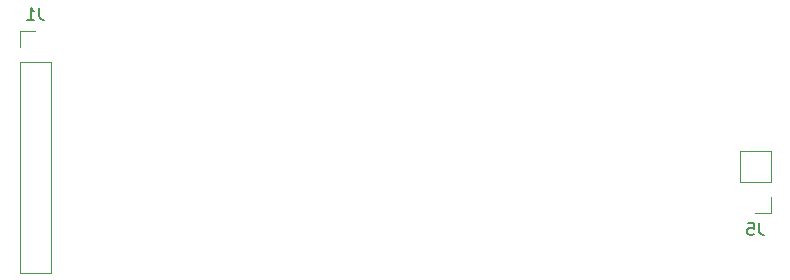
<source format=gbo>
G04 #@! TF.GenerationSoftware,KiCad,Pcbnew,(5.0.0-rc2-178-g3c7b91b96)*
G04 #@! TF.CreationDate,2018-08-09T18:01:17+02:00*
G04 #@! TF.ProjectId,pcb3,706362332E6B696361645F7063620000,rev?*
G04 #@! TF.SameCoordinates,Original*
G04 #@! TF.FileFunction,Legend,Bot*
G04 #@! TF.FilePolarity,Positive*
%FSLAX46Y46*%
G04 Gerber Fmt 4.6, Leading zero omitted, Abs format (unit mm)*
G04 Created by KiCad (PCBNEW (5.0.0-rc2-178-g3c7b91b96)) date 08/09/18 18:01:17*
%MOMM*%
%LPD*%
G01*
G04 APERTURE LIST*
%ADD10C,0.120000*%
%ADD11C,0.150000*%
G04 APERTURE END LIST*
D10*
G04 #@! TO.C,J5*
X168850000Y-76200000D02*
X171510000Y-76200000D01*
X168850000Y-76200000D02*
X168850000Y-73600000D01*
X168850000Y-73600000D02*
X171510000Y-73600000D01*
X171510000Y-76200000D02*
X171510000Y-73600000D01*
X171510000Y-78800000D02*
X171510000Y-77470000D01*
X170180000Y-78800000D02*
X171510000Y-78800000D01*
G04 #@! TO.C,J1*
X110550000Y-66040000D02*
X107890000Y-66040000D01*
X110550000Y-66040000D02*
X110550000Y-83880000D01*
X110550000Y-83880000D02*
X107890000Y-83880000D01*
X107890000Y-66040000D02*
X107890000Y-83880000D01*
X107890000Y-63440000D02*
X107890000Y-64770000D01*
X109220000Y-63440000D02*
X107890000Y-63440000D01*
G04 #@! TO.C,J5*
D11*
X170513333Y-79692380D02*
X170513333Y-80406666D01*
X170560952Y-80549523D01*
X170656190Y-80644761D01*
X170799047Y-80692380D01*
X170894285Y-80692380D01*
X169560952Y-79692380D02*
X170037142Y-79692380D01*
X170084761Y-80168571D01*
X170037142Y-80120952D01*
X169941904Y-80073333D01*
X169703809Y-80073333D01*
X169608571Y-80120952D01*
X169560952Y-80168571D01*
X169513333Y-80263809D01*
X169513333Y-80501904D01*
X169560952Y-80597142D01*
X169608571Y-80644761D01*
X169703809Y-80692380D01*
X169941904Y-80692380D01*
X170037142Y-80644761D01*
X170084761Y-80597142D01*
G04 #@! TO.C,J1*
X109553333Y-61452380D02*
X109553333Y-62166666D01*
X109600952Y-62309523D01*
X109696190Y-62404761D01*
X109839047Y-62452380D01*
X109934285Y-62452380D01*
X108553333Y-62452380D02*
X109124761Y-62452380D01*
X108839047Y-62452380D02*
X108839047Y-61452380D01*
X108934285Y-61595238D01*
X109029523Y-61690476D01*
X109124761Y-61738095D01*
G04 #@! TD*
M02*

</source>
